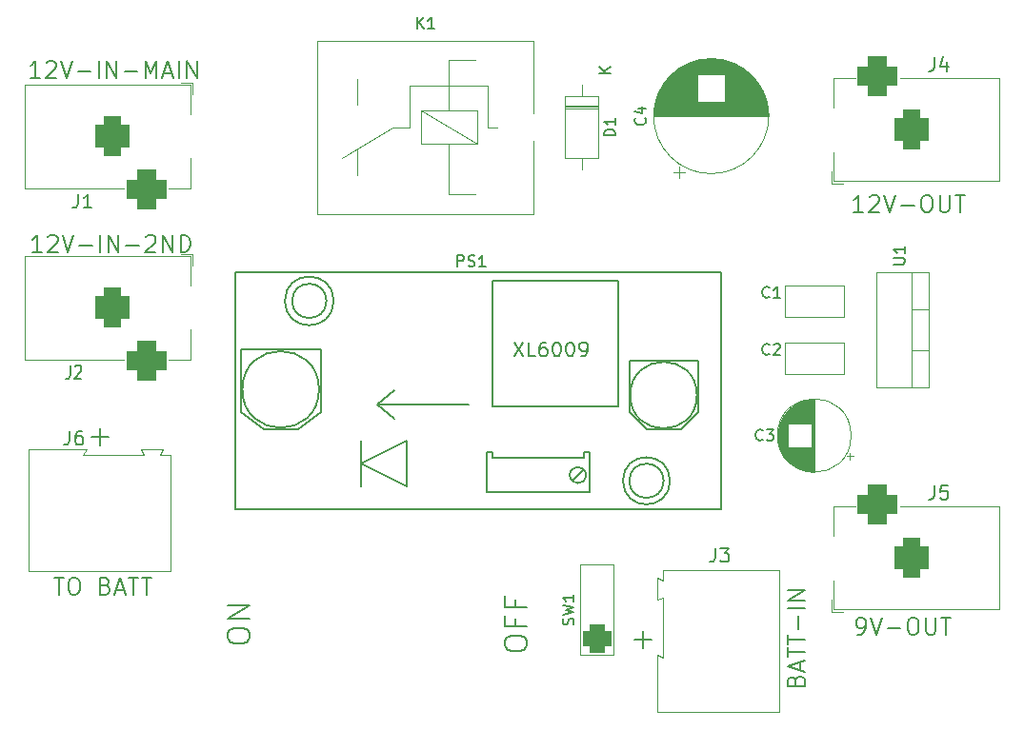
<source format=gto>
%TF.GenerationSoftware,KiCad,Pcbnew,6.0.11-2627ca5db0~126~ubuntu20.04.1*%
%TF.CreationDate,2023-02-25T22:09:04+05:30*%
%TF.ProjectId,UPS_for_router,5550535f-666f-4725-9f72-6f757465722e,1*%
%TF.SameCoordinates,Original*%
%TF.FileFunction,Legend,Top*%
%TF.FilePolarity,Positive*%
%FSLAX46Y46*%
G04 Gerber Fmt 4.6, Leading zero omitted, Abs format (unit mm)*
G04 Created by KiCad (PCBNEW 6.0.11-2627ca5db0~126~ubuntu20.04.1) date 2023-02-25 22:09:04*
%MOMM*%
%LPD*%
G01*
G04 APERTURE LIST*
G04 Aperture macros list*
%AMRoundRect*
0 Rectangle with rounded corners*
0 $1 Rounding radius*
0 $2 $3 $4 $5 $6 $7 $8 $9 X,Y pos of 4 corners*
0 Add a 4 corners polygon primitive as box body*
4,1,4,$2,$3,$4,$5,$6,$7,$8,$9,$2,$3,0*
0 Add four circle primitives for the rounded corners*
1,1,$1+$1,$2,$3*
1,1,$1+$1,$4,$5*
1,1,$1+$1,$6,$7*
1,1,$1+$1,$8,$9*
0 Add four rect primitives between the rounded corners*
20,1,$1+$1,$2,$3,$4,$5,0*
20,1,$1+$1,$4,$5,$6,$7,0*
20,1,$1+$1,$6,$7,$8,$9,0*
20,1,$1+$1,$8,$9,$2,$3,0*%
G04 Aperture macros list end*
%ADD10C,0.170000*%
%ADD11C,0.180000*%
%ADD12C,0.150000*%
%ADD13C,0.120000*%
%ADD14R,1.524000X1.524000*%
%ADD15R,3.500000X3.500000*%
%ADD16RoundRect,0.750000X-0.750000X-1.000000X0.750000X-1.000000X0.750000X1.000000X-0.750000X1.000000X0*%
%ADD17RoundRect,0.875000X-0.875000X-0.875000X0.875000X-0.875000X0.875000X0.875000X-0.875000X0.875000X0*%
%ADD18R,2.200000X2.200000*%
%ADD19O,2.200000X2.200000*%
%ADD20RoundRect,0.750000X0.750000X1.000000X-0.750000X1.000000X-0.750000X-1.000000X0.750000X-1.000000X0*%
%ADD21RoundRect,0.875000X0.875000X0.875000X-0.875000X0.875000X-0.875000X-0.875000X0.875000X-0.875000X0*%
%ADD22R,1.600000X1.600000*%
%ADD23C,1.600000*%
%ADD24C,3.200000*%
%ADD25R,1.980000X3.960000*%
%ADD26O,1.980000X3.960000*%
%ADD27R,2.000000X2.000000*%
%ADD28C,2.000000*%
%ADD29R,3.960000X1.980000*%
%ADD30O,3.960000X1.980000*%
%ADD31RoundRect,0.650000X0.650000X-0.650000X0.650000X0.650000X-0.650000X0.650000X-0.650000X-0.650000X0*%
%ADD32C,2.600000*%
%ADD33C,3.000000*%
%ADD34R,2.000000X1.905000*%
%ADD35O,2.000000X1.905000*%
G04 APERTURE END LIST*
D10*
X128016000Y-100330000D02*
X126492000Y-99060000D01*
X126492000Y-99060000D02*
X128016000Y-97790000D01*
X134620000Y-99060000D02*
X126492000Y-99060000D01*
D11*
X138682428Y-93549476D02*
X139515761Y-94799476D01*
X139515761Y-93549476D02*
X138682428Y-94799476D01*
X140587190Y-94799476D02*
X139991952Y-94799476D01*
X139991952Y-93549476D01*
X141539571Y-93549476D02*
X141301476Y-93549476D01*
X141182428Y-93609000D01*
X141122904Y-93668523D01*
X141003857Y-93847095D01*
X140944333Y-94085190D01*
X140944333Y-94561380D01*
X141003857Y-94680428D01*
X141063380Y-94739952D01*
X141182428Y-94799476D01*
X141420523Y-94799476D01*
X141539571Y-94739952D01*
X141599095Y-94680428D01*
X141658619Y-94561380D01*
X141658619Y-94263761D01*
X141599095Y-94144714D01*
X141539571Y-94085190D01*
X141420523Y-94025666D01*
X141182428Y-94025666D01*
X141063380Y-94085190D01*
X141003857Y-94144714D01*
X140944333Y-94263761D01*
X142432428Y-93549476D02*
X142551476Y-93549476D01*
X142670523Y-93609000D01*
X142730047Y-93668523D01*
X142789571Y-93787571D01*
X142849095Y-94025666D01*
X142849095Y-94323285D01*
X142789571Y-94561380D01*
X142730047Y-94680428D01*
X142670523Y-94739952D01*
X142551476Y-94799476D01*
X142432428Y-94799476D01*
X142313380Y-94739952D01*
X142253857Y-94680428D01*
X142194333Y-94561380D01*
X142134809Y-94323285D01*
X142134809Y-94025666D01*
X142194333Y-93787571D01*
X142253857Y-93668523D01*
X142313380Y-93609000D01*
X142432428Y-93549476D01*
X143622904Y-93549476D02*
X143741952Y-93549476D01*
X143861000Y-93609000D01*
X143920523Y-93668523D01*
X143980047Y-93787571D01*
X144039571Y-94025666D01*
X144039571Y-94323285D01*
X143980047Y-94561380D01*
X143920523Y-94680428D01*
X143861000Y-94739952D01*
X143741952Y-94799476D01*
X143622904Y-94799476D01*
X143503857Y-94739952D01*
X143444333Y-94680428D01*
X143384809Y-94561380D01*
X143325285Y-94323285D01*
X143325285Y-94025666D01*
X143384809Y-93787571D01*
X143444333Y-93668523D01*
X143503857Y-93609000D01*
X143622904Y-93549476D01*
X144634809Y-94799476D02*
X144872904Y-94799476D01*
X144991952Y-94739952D01*
X145051476Y-94680428D01*
X145170523Y-94501857D01*
X145230047Y-94263761D01*
X145230047Y-93787571D01*
X145170523Y-93668523D01*
X145111000Y-93609000D01*
X144991952Y-93549476D01*
X144753857Y-93549476D01*
X144634809Y-93609000D01*
X144575285Y-93668523D01*
X144515761Y-93787571D01*
X144515761Y-94085190D01*
X144575285Y-94204238D01*
X144634809Y-94263761D01*
X144753857Y-94323285D01*
X144991952Y-94323285D01*
X145111000Y-94263761D01*
X145170523Y-94204238D01*
X145230047Y-94085190D01*
X169736000Y-81958571D02*
X168878857Y-81958571D01*
X169307428Y-81958571D02*
X169307428Y-80458571D01*
X169164571Y-80672857D01*
X169021714Y-80815714D01*
X168878857Y-80887142D01*
X170307428Y-80601428D02*
X170378857Y-80530000D01*
X170521714Y-80458571D01*
X170878857Y-80458571D01*
X171021714Y-80530000D01*
X171093142Y-80601428D01*
X171164571Y-80744285D01*
X171164571Y-80887142D01*
X171093142Y-81101428D01*
X170236000Y-81958571D01*
X171164571Y-81958571D01*
X171593142Y-80458571D02*
X172093142Y-81958571D01*
X172593142Y-80458571D01*
X173093142Y-81387142D02*
X174236000Y-81387142D01*
X175236000Y-80458571D02*
X175521714Y-80458571D01*
X175664571Y-80530000D01*
X175807428Y-80672857D01*
X175878857Y-80958571D01*
X175878857Y-81458571D01*
X175807428Y-81744285D01*
X175664571Y-81887142D01*
X175521714Y-81958571D01*
X175236000Y-81958571D01*
X175093142Y-81887142D01*
X174950285Y-81744285D01*
X174878857Y-81458571D01*
X174878857Y-80958571D01*
X174950285Y-80672857D01*
X175093142Y-80530000D01*
X175236000Y-80458571D01*
X176521714Y-80458571D02*
X176521714Y-81672857D01*
X176593142Y-81815714D01*
X176664571Y-81887142D01*
X176807428Y-81958571D01*
X177093142Y-81958571D01*
X177236000Y-81887142D01*
X177307428Y-81815714D01*
X177378857Y-81672857D01*
X177378857Y-80458571D01*
X177878857Y-80458571D02*
X178736000Y-80458571D01*
X178307428Y-81958571D02*
X178307428Y-80458571D01*
X169228000Y-119550571D02*
X169513714Y-119550571D01*
X169656571Y-119479142D01*
X169728000Y-119407714D01*
X169870857Y-119193428D01*
X169942285Y-118907714D01*
X169942285Y-118336285D01*
X169870857Y-118193428D01*
X169799428Y-118122000D01*
X169656571Y-118050571D01*
X169370857Y-118050571D01*
X169228000Y-118122000D01*
X169156571Y-118193428D01*
X169085142Y-118336285D01*
X169085142Y-118693428D01*
X169156571Y-118836285D01*
X169228000Y-118907714D01*
X169370857Y-118979142D01*
X169656571Y-118979142D01*
X169799428Y-118907714D01*
X169870857Y-118836285D01*
X169942285Y-118693428D01*
X170370857Y-118050571D02*
X170870857Y-119550571D01*
X171370857Y-118050571D01*
X171870857Y-118979142D02*
X173013714Y-118979142D01*
X174013714Y-118050571D02*
X174299428Y-118050571D01*
X174442285Y-118122000D01*
X174585142Y-118264857D01*
X174656571Y-118550571D01*
X174656571Y-119050571D01*
X174585142Y-119336285D01*
X174442285Y-119479142D01*
X174299428Y-119550571D01*
X174013714Y-119550571D01*
X173870857Y-119479142D01*
X173728000Y-119336285D01*
X173656571Y-119050571D01*
X173656571Y-118550571D01*
X173728000Y-118264857D01*
X173870857Y-118122000D01*
X174013714Y-118050571D01*
X175299428Y-118050571D02*
X175299428Y-119264857D01*
X175370857Y-119407714D01*
X175442285Y-119479142D01*
X175585142Y-119550571D01*
X175870857Y-119550571D01*
X176013714Y-119479142D01*
X176085142Y-119407714D01*
X176156571Y-119264857D01*
X176156571Y-118050571D01*
X176656571Y-118050571D02*
X177513714Y-118050571D01*
X177085142Y-119550571D02*
X177085142Y-118050571D01*
X149352095Y-120030857D02*
X150875904Y-120030857D01*
X150114000Y-120792761D02*
X150114000Y-119268952D01*
X163722857Y-123638000D02*
X163794285Y-123423714D01*
X163865714Y-123352285D01*
X164008571Y-123280857D01*
X164222857Y-123280857D01*
X164365714Y-123352285D01*
X164437142Y-123423714D01*
X164508571Y-123566571D01*
X164508571Y-124138000D01*
X163008571Y-124138000D01*
X163008571Y-123638000D01*
X163080000Y-123495142D01*
X163151428Y-123423714D01*
X163294285Y-123352285D01*
X163437142Y-123352285D01*
X163580000Y-123423714D01*
X163651428Y-123495142D01*
X163722857Y-123638000D01*
X163722857Y-124138000D01*
X164080000Y-122709428D02*
X164080000Y-121995142D01*
X164508571Y-122852285D02*
X163008571Y-122352285D01*
X164508571Y-121852285D01*
X163008571Y-121566571D02*
X163008571Y-120709428D01*
X164508571Y-121138000D02*
X163008571Y-121138000D01*
X163008571Y-120423714D02*
X163008571Y-119566571D01*
X164508571Y-119995142D02*
X163008571Y-119995142D01*
X163937142Y-119066571D02*
X163937142Y-117923714D01*
X164508571Y-117209428D02*
X163008571Y-117209428D01*
X164508571Y-116495142D02*
X163008571Y-116495142D01*
X164508571Y-115638000D01*
X163008571Y-115638000D01*
X101092095Y-101996857D02*
X102615904Y-101996857D01*
X101854000Y-102758761D02*
X101854000Y-101234952D01*
X97786571Y-114494571D02*
X98643714Y-114494571D01*
X98215142Y-115994571D02*
X98215142Y-114494571D01*
X99429428Y-114494571D02*
X99715142Y-114494571D01*
X99858000Y-114566000D01*
X100000857Y-114708857D01*
X100072285Y-114994571D01*
X100072285Y-115494571D01*
X100000857Y-115780285D01*
X99858000Y-115923142D01*
X99715142Y-115994571D01*
X99429428Y-115994571D01*
X99286571Y-115923142D01*
X99143714Y-115780285D01*
X99072285Y-115494571D01*
X99072285Y-114994571D01*
X99143714Y-114708857D01*
X99286571Y-114566000D01*
X99429428Y-114494571D01*
X102358000Y-115208857D02*
X102572285Y-115280285D01*
X102643714Y-115351714D01*
X102715142Y-115494571D01*
X102715142Y-115708857D01*
X102643714Y-115851714D01*
X102572285Y-115923142D01*
X102429428Y-115994571D01*
X101858000Y-115994571D01*
X101858000Y-114494571D01*
X102358000Y-114494571D01*
X102500857Y-114566000D01*
X102572285Y-114637428D01*
X102643714Y-114780285D01*
X102643714Y-114923142D01*
X102572285Y-115066000D01*
X102500857Y-115137428D01*
X102358000Y-115208857D01*
X101858000Y-115208857D01*
X103286571Y-115566000D02*
X104000857Y-115566000D01*
X103143714Y-115994571D02*
X103643714Y-114494571D01*
X104143714Y-115994571D01*
X104429428Y-114494571D02*
X105286571Y-114494571D01*
X104858000Y-115994571D02*
X104858000Y-114494571D01*
X105572285Y-114494571D02*
X106429428Y-114494571D01*
X106000857Y-115994571D02*
X106000857Y-114494571D01*
X96691428Y-85514571D02*
X95834285Y-85514571D01*
X96262857Y-85514571D02*
X96262857Y-84014571D01*
X96120000Y-84228857D01*
X95977142Y-84371714D01*
X95834285Y-84443142D01*
X97262857Y-84157428D02*
X97334285Y-84086000D01*
X97477142Y-84014571D01*
X97834285Y-84014571D01*
X97977142Y-84086000D01*
X98048571Y-84157428D01*
X98120000Y-84300285D01*
X98120000Y-84443142D01*
X98048571Y-84657428D01*
X97191428Y-85514571D01*
X98120000Y-85514571D01*
X98548571Y-84014571D02*
X99048571Y-85514571D01*
X99548571Y-84014571D01*
X100048571Y-84943142D02*
X101191428Y-84943142D01*
X101905714Y-85514571D02*
X101905714Y-84014571D01*
X102620000Y-85514571D02*
X102620000Y-84014571D01*
X103477142Y-85514571D01*
X103477142Y-84014571D01*
X104191428Y-84943142D02*
X105334285Y-84943142D01*
X105977142Y-84157428D02*
X106048571Y-84086000D01*
X106191428Y-84014571D01*
X106548571Y-84014571D01*
X106691428Y-84086000D01*
X106762857Y-84157428D01*
X106834285Y-84300285D01*
X106834285Y-84443142D01*
X106762857Y-84657428D01*
X105905714Y-85514571D01*
X106834285Y-85514571D01*
X107477142Y-85514571D02*
X107477142Y-84014571D01*
X108334285Y-85514571D01*
X108334285Y-84014571D01*
X109048571Y-85514571D02*
X109048571Y-84014571D01*
X109405714Y-84014571D01*
X109620000Y-84086000D01*
X109762857Y-84228857D01*
X109834285Y-84371714D01*
X109905714Y-84657428D01*
X109905714Y-84871714D01*
X109834285Y-85157428D01*
X109762857Y-85300285D01*
X109620000Y-85443142D01*
X109405714Y-85514571D01*
X109048571Y-85514571D01*
X96552571Y-70020571D02*
X95695428Y-70020571D01*
X96124000Y-70020571D02*
X96124000Y-68520571D01*
X95981142Y-68734857D01*
X95838285Y-68877714D01*
X95695428Y-68949142D01*
X97124000Y-68663428D02*
X97195428Y-68592000D01*
X97338285Y-68520571D01*
X97695428Y-68520571D01*
X97838285Y-68592000D01*
X97909714Y-68663428D01*
X97981142Y-68806285D01*
X97981142Y-68949142D01*
X97909714Y-69163428D01*
X97052571Y-70020571D01*
X97981142Y-70020571D01*
X98409714Y-68520571D02*
X98909714Y-70020571D01*
X99409714Y-68520571D01*
X99909714Y-69449142D02*
X101052571Y-69449142D01*
X101766857Y-70020571D02*
X101766857Y-68520571D01*
X102481142Y-70020571D02*
X102481142Y-68520571D01*
X103338285Y-70020571D01*
X103338285Y-68520571D01*
X104052571Y-69449142D02*
X105195428Y-69449142D01*
X105909714Y-70020571D02*
X105909714Y-68520571D01*
X106409714Y-69592000D01*
X106909714Y-68520571D01*
X106909714Y-70020571D01*
X107552571Y-69592000D02*
X108266857Y-69592000D01*
X107409714Y-70020571D02*
X107909714Y-68520571D01*
X108409714Y-70020571D01*
X108909714Y-70020571D02*
X108909714Y-68520571D01*
X109624000Y-70020571D02*
X109624000Y-68520571D01*
X110481142Y-70020571D01*
X110481142Y-68520571D01*
X137842761Y-120522761D02*
X137842761Y-120141809D01*
X137938000Y-119951333D01*
X138128476Y-119760857D01*
X138509428Y-119665619D01*
X139176095Y-119665619D01*
X139557047Y-119760857D01*
X139747523Y-119951333D01*
X139842761Y-120141809D01*
X139842761Y-120522761D01*
X139747523Y-120713238D01*
X139557047Y-120903714D01*
X139176095Y-120998952D01*
X138509428Y-120998952D01*
X138128476Y-120903714D01*
X137938000Y-120713238D01*
X137842761Y-120522761D01*
X138795142Y-118141809D02*
X138795142Y-118808476D01*
X139842761Y-118808476D02*
X137842761Y-118808476D01*
X137842761Y-117856095D01*
X138795142Y-116427523D02*
X138795142Y-117094190D01*
X139842761Y-117094190D02*
X137842761Y-117094190D01*
X137842761Y-116141809D01*
X113204761Y-119856095D02*
X113204761Y-119475142D01*
X113300000Y-119284666D01*
X113490476Y-119094190D01*
X113871428Y-118998952D01*
X114538095Y-118998952D01*
X114919047Y-119094190D01*
X115109523Y-119284666D01*
X115204761Y-119475142D01*
X115204761Y-119856095D01*
X115109523Y-120046571D01*
X114919047Y-120237047D01*
X114538095Y-120332285D01*
X113871428Y-120332285D01*
X113490476Y-120237047D01*
X113300000Y-120046571D01*
X113204761Y-119856095D01*
X115204761Y-118141809D02*
X113204761Y-118141809D01*
X115204761Y-116998952D01*
X113204761Y-116998952D01*
D12*
X99234666Y-95581476D02*
X99234666Y-96474333D01*
X99187047Y-96652904D01*
X99091809Y-96771952D01*
X98948952Y-96831476D01*
X98853714Y-96831476D01*
X99663238Y-95700523D02*
X99710857Y-95641000D01*
X99806095Y-95581476D01*
X100044190Y-95581476D01*
X100139428Y-95641000D01*
X100187047Y-95700523D01*
X100234666Y-95819571D01*
X100234666Y-95938619D01*
X100187047Y-96117190D01*
X99615619Y-96831476D01*
X100234666Y-96831476D01*
X147692380Y-75160095D02*
X146692380Y-75160095D01*
X146692380Y-74922000D01*
X146740000Y-74779142D01*
X146835238Y-74683904D01*
X146930476Y-74636285D01*
X147120952Y-74588666D01*
X147263809Y-74588666D01*
X147454285Y-74636285D01*
X147549523Y-74683904D01*
X147644761Y-74779142D01*
X147692380Y-74922000D01*
X147692380Y-75160095D01*
X147692380Y-73636285D02*
X147692380Y-74207714D01*
X147692380Y-73922000D02*
X146692380Y-73922000D01*
X146835238Y-74017238D01*
X146930476Y-74112476D01*
X146978095Y-74207714D01*
X147252380Y-69603904D02*
X146252380Y-69603904D01*
X147252380Y-69032476D02*
X146680952Y-69461047D01*
X146252380Y-69032476D02*
X146823809Y-69603904D01*
X176023333Y-106282976D02*
X176023333Y-107175833D01*
X175963809Y-107354404D01*
X175844761Y-107473452D01*
X175666190Y-107532976D01*
X175547142Y-107532976D01*
X177213809Y-106282976D02*
X176618571Y-106282976D01*
X176559047Y-106878214D01*
X176618571Y-106818690D01*
X176737619Y-106759166D01*
X177035238Y-106759166D01*
X177154285Y-106818690D01*
X177213809Y-106878214D01*
X177273333Y-106997261D01*
X177273333Y-107294880D01*
X177213809Y-107413928D01*
X177154285Y-107473452D01*
X177035238Y-107532976D01*
X176737619Y-107532976D01*
X176618571Y-107473452D01*
X176559047Y-107413928D01*
X160787333Y-102211142D02*
X160739714Y-102258761D01*
X160596857Y-102306380D01*
X160501619Y-102306380D01*
X160358761Y-102258761D01*
X160263523Y-102163523D01*
X160215904Y-102068285D01*
X160168285Y-101877809D01*
X160168285Y-101734952D01*
X160215904Y-101544476D01*
X160263523Y-101449238D01*
X160358761Y-101354000D01*
X160501619Y-101306380D01*
X160596857Y-101306380D01*
X160739714Y-101354000D01*
X160787333Y-101401619D01*
X161120666Y-101306380D02*
X161739714Y-101306380D01*
X161406380Y-101687333D01*
X161549238Y-101687333D01*
X161644476Y-101734952D01*
X161692095Y-101782571D01*
X161739714Y-101877809D01*
X161739714Y-102115904D01*
X161692095Y-102211142D01*
X161644476Y-102258761D01*
X161549238Y-102306380D01*
X161263523Y-102306380D01*
X161168285Y-102258761D01*
X161120666Y-102211142D01*
X99913333Y-80341476D02*
X99913333Y-81234333D01*
X99853809Y-81412904D01*
X99734761Y-81531952D01*
X99556190Y-81591476D01*
X99437142Y-81591476D01*
X101163333Y-81591476D02*
X100449047Y-81591476D01*
X100806190Y-81591476D02*
X100806190Y-80341476D01*
X100687142Y-80520047D01*
X100568095Y-80639095D01*
X100449047Y-80698619D01*
X156555333Y-111837476D02*
X156555333Y-112730333D01*
X156495809Y-112908904D01*
X156376761Y-113027952D01*
X156198190Y-113087476D01*
X156079142Y-113087476D01*
X157031523Y-111837476D02*
X157805333Y-111837476D01*
X157388666Y-112313666D01*
X157567238Y-112313666D01*
X157686285Y-112373190D01*
X157745809Y-112432714D01*
X157805333Y-112551761D01*
X157805333Y-112849380D01*
X157745809Y-112968428D01*
X157686285Y-113027952D01*
X157567238Y-113087476D01*
X157210095Y-113087476D01*
X157091047Y-113027952D01*
X157031523Y-112968428D01*
X161377333Y-94591142D02*
X161329714Y-94638761D01*
X161186857Y-94686380D01*
X161091619Y-94686380D01*
X160948761Y-94638761D01*
X160853523Y-94543523D01*
X160805904Y-94448285D01*
X160758285Y-94257809D01*
X160758285Y-94114952D01*
X160805904Y-93924476D01*
X160853523Y-93829238D01*
X160948761Y-93734000D01*
X161091619Y-93686380D01*
X161186857Y-93686380D01*
X161329714Y-93734000D01*
X161377333Y-93781619D01*
X161758285Y-93781619D02*
X161805904Y-93734000D01*
X161901142Y-93686380D01*
X162139238Y-93686380D01*
X162234476Y-93734000D01*
X162282095Y-93781619D01*
X162329714Y-93876857D01*
X162329714Y-93972095D01*
X162282095Y-94114952D01*
X161710666Y-94686380D01*
X162329714Y-94686380D01*
X133659714Y-86812380D02*
X133659714Y-85812380D01*
X134040666Y-85812380D01*
X134135904Y-85860000D01*
X134183523Y-85907619D01*
X134231142Y-86002857D01*
X134231142Y-86145714D01*
X134183523Y-86240952D01*
X134135904Y-86288571D01*
X134040666Y-86336190D01*
X133659714Y-86336190D01*
X134612095Y-86764761D02*
X134754952Y-86812380D01*
X134993047Y-86812380D01*
X135088285Y-86764761D01*
X135135904Y-86717142D01*
X135183523Y-86621904D01*
X135183523Y-86526666D01*
X135135904Y-86431428D01*
X135088285Y-86383809D01*
X134993047Y-86336190D01*
X134802571Y-86288571D01*
X134707333Y-86240952D01*
X134659714Y-86193333D01*
X134612095Y-86098095D01*
X134612095Y-86002857D01*
X134659714Y-85907619D01*
X134707333Y-85860000D01*
X134802571Y-85812380D01*
X135040666Y-85812380D01*
X135183523Y-85860000D01*
X136135904Y-86812380D02*
X135564476Y-86812380D01*
X135850190Y-86812380D02*
X135850190Y-85812380D01*
X135754952Y-85955238D01*
X135659714Y-86050476D01*
X135564476Y-86098095D01*
X150317142Y-73601113D02*
X150364761Y-73648732D01*
X150412380Y-73791589D01*
X150412380Y-73886827D01*
X150364761Y-74029685D01*
X150269523Y-74124923D01*
X150174285Y-74172542D01*
X149983809Y-74220161D01*
X149840952Y-74220161D01*
X149650476Y-74172542D01*
X149555238Y-74124923D01*
X149460000Y-74029685D01*
X149412380Y-73886827D01*
X149412380Y-73791589D01*
X149460000Y-73648732D01*
X149507619Y-73601113D01*
X149745714Y-72743970D02*
X150412380Y-72743970D01*
X149364761Y-72982066D02*
X150079047Y-73220161D01*
X150079047Y-72601113D01*
X99151333Y-101423476D02*
X99151333Y-102316333D01*
X99091809Y-102494904D01*
X98972761Y-102613952D01*
X98794190Y-102673476D01*
X98675142Y-102673476D01*
X100282285Y-101423476D02*
X100044190Y-101423476D01*
X99925142Y-101483000D01*
X99865619Y-101542523D01*
X99746571Y-101721095D01*
X99687047Y-101959190D01*
X99687047Y-102435380D01*
X99746571Y-102554428D01*
X99806095Y-102613952D01*
X99925142Y-102673476D01*
X100163238Y-102673476D01*
X100282285Y-102613952D01*
X100341809Y-102554428D01*
X100401333Y-102435380D01*
X100401333Y-102137761D01*
X100341809Y-102018714D01*
X100282285Y-101959190D01*
X100163238Y-101899666D01*
X99925142Y-101899666D01*
X99806095Y-101959190D01*
X99746571Y-102018714D01*
X99687047Y-102137761D01*
X143954761Y-118681333D02*
X144002380Y-118538476D01*
X144002380Y-118300380D01*
X143954761Y-118205142D01*
X143907142Y-118157523D01*
X143811904Y-118109904D01*
X143716666Y-118109904D01*
X143621428Y-118157523D01*
X143573809Y-118205142D01*
X143526190Y-118300380D01*
X143478571Y-118490857D01*
X143430952Y-118586095D01*
X143383333Y-118633714D01*
X143288095Y-118681333D01*
X143192857Y-118681333D01*
X143097619Y-118633714D01*
X143050000Y-118586095D01*
X143002380Y-118490857D01*
X143002380Y-118252761D01*
X143050000Y-118109904D01*
X143002380Y-117776571D02*
X144002380Y-117538476D01*
X143288095Y-117348000D01*
X144002380Y-117157523D01*
X143002380Y-116919428D01*
X144002380Y-116014666D02*
X144002380Y-116586095D01*
X144002380Y-116300380D02*
X143002380Y-116300380D01*
X143145238Y-116395619D01*
X143240476Y-116490857D01*
X143288095Y-116586095D01*
X176023333Y-68182976D02*
X176023333Y-69075833D01*
X175963809Y-69254404D01*
X175844761Y-69373452D01*
X175666190Y-69432976D01*
X175547142Y-69432976D01*
X177154285Y-68599642D02*
X177154285Y-69432976D01*
X176856666Y-68123452D02*
X176559047Y-69016309D01*
X177332857Y-69016309D01*
X161377333Y-89511142D02*
X161329714Y-89558761D01*
X161186857Y-89606380D01*
X161091619Y-89606380D01*
X160948761Y-89558761D01*
X160853523Y-89463523D01*
X160805904Y-89368285D01*
X160758285Y-89177809D01*
X160758285Y-89034952D01*
X160805904Y-88844476D01*
X160853523Y-88749238D01*
X160948761Y-88654000D01*
X161091619Y-88606380D01*
X161186857Y-88606380D01*
X161329714Y-88654000D01*
X161377333Y-88701619D01*
X162329714Y-89606380D02*
X161758285Y-89606380D01*
X162044000Y-89606380D02*
X162044000Y-88606380D01*
X161948761Y-88749238D01*
X161853523Y-88844476D01*
X161758285Y-88892095D01*
X130071904Y-65674380D02*
X130071904Y-64674380D01*
X130643333Y-65674380D02*
X130214761Y-65102952D01*
X130643333Y-64674380D02*
X130071904Y-65245809D01*
X131595714Y-65674380D02*
X131024285Y-65674380D01*
X131310000Y-65674380D02*
X131310000Y-64674380D01*
X131214761Y-64817238D01*
X131119523Y-64912476D01*
X131024285Y-64960095D01*
X172426380Y-86613904D02*
X173235904Y-86613904D01*
X173331142Y-86566285D01*
X173378761Y-86518666D01*
X173426380Y-86423428D01*
X173426380Y-86232952D01*
X173378761Y-86137714D01*
X173331142Y-86090095D01*
X173235904Y-86042476D01*
X172426380Y-86042476D01*
X173426380Y-85042476D02*
X173426380Y-85613904D01*
X173426380Y-85328190D02*
X172426380Y-85328190D01*
X172569238Y-85423428D01*
X172664476Y-85518666D01*
X172712095Y-85613904D01*
D13*
X95225000Y-95082500D02*
X95225000Y-85882500D01*
X95225000Y-85882500D02*
X109925000Y-85882500D01*
X104025000Y-95082500D02*
X95225000Y-95082500D01*
X110125000Y-86732500D02*
X110125000Y-85682500D01*
X109925000Y-95082500D02*
X108025000Y-95082500D01*
X109925000Y-92382500D02*
X109925000Y-95082500D01*
X109925000Y-85882500D02*
X109925000Y-88482500D01*
X109075000Y-85682500D02*
X110125000Y-85682500D01*
X146170000Y-72482000D02*
X143230000Y-72482000D01*
X146170000Y-72602000D02*
X143230000Y-72602000D01*
X146170000Y-77142000D02*
X146170000Y-71702000D01*
X144700000Y-70682000D02*
X144700000Y-71702000D01*
X143230000Y-77142000D02*
X146170000Y-77142000D01*
X146170000Y-72722000D02*
X143230000Y-72722000D01*
X143230000Y-71702000D02*
X143230000Y-77142000D01*
X146170000Y-71702000D02*
X143230000Y-71702000D01*
X144700000Y-78162000D02*
X144700000Y-77142000D01*
X172990000Y-108117500D02*
X181790000Y-108117500D01*
X181790000Y-108117500D02*
X181790000Y-117317500D01*
X167090000Y-110817500D02*
X167090000Y-108117500D01*
X166890000Y-116467500D02*
X166890000Y-117517500D01*
X167940000Y-117517500D02*
X166890000Y-117517500D01*
X167090000Y-108117500D02*
X168990000Y-108117500D01*
X167090000Y-117317500D02*
X167090000Y-114717500D01*
X181790000Y-117317500D02*
X167090000Y-117317500D01*
X165374000Y-105084000D02*
X165374000Y-98624000D01*
X163933000Y-100814000D02*
X163933000Y-98958000D01*
X164854000Y-105043000D02*
X164854000Y-102894000D01*
X163053000Y-104119000D02*
X163053000Y-99589000D01*
X163173000Y-104234000D02*
X163173000Y-102894000D01*
X162413000Y-103204000D02*
X162413000Y-100504000D01*
X163373000Y-104402000D02*
X163373000Y-102894000D01*
X164013000Y-100814000D02*
X164013000Y-98920000D01*
X163693000Y-104620000D02*
X163693000Y-102894000D01*
X164934000Y-105055000D02*
X164934000Y-102894000D01*
X162173000Y-102487000D02*
X162173000Y-101221000D01*
X163733000Y-100814000D02*
X163733000Y-99064000D01*
X164493000Y-104964000D02*
X164493000Y-102894000D01*
X164453000Y-104952000D02*
X164453000Y-102894000D01*
X164774000Y-105029000D02*
X164774000Y-102894000D01*
X162453000Y-103286000D02*
X162453000Y-100422000D01*
X162973000Y-104036000D02*
X162973000Y-99672000D01*
X163573000Y-104544000D02*
X163573000Y-102894000D01*
X163173000Y-100814000D02*
X163173000Y-99474000D01*
X163893000Y-100814000D02*
X163893000Y-98978000D01*
X163333000Y-100814000D02*
X163333000Y-99338000D01*
X163293000Y-100814000D02*
X163293000Y-99370000D01*
X162773000Y-103798000D02*
X162773000Y-99910000D01*
X164053000Y-104806000D02*
X164053000Y-102894000D01*
X163253000Y-104304000D02*
X163253000Y-102894000D01*
X164253000Y-100814000D02*
X164253000Y-98821000D01*
X164013000Y-104788000D02*
X164013000Y-102894000D01*
X165014000Y-100814000D02*
X165014000Y-98643000D01*
X164653000Y-105004000D02*
X164653000Y-102894000D01*
X162333000Y-103019000D02*
X162333000Y-100689000D01*
X163413000Y-104432000D02*
X163413000Y-102894000D01*
X164814000Y-100814000D02*
X164814000Y-98672000D01*
X165254000Y-105082000D02*
X165254000Y-98626000D01*
X168559241Y-104008000D02*
X168559241Y-103378000D01*
X163493000Y-104490000D02*
X163493000Y-102894000D01*
X164253000Y-104887000D02*
X164253000Y-102894000D01*
X164894000Y-100814000D02*
X164894000Y-98659000D01*
X164293000Y-100814000D02*
X164293000Y-98807000D01*
X163133000Y-100814000D02*
X163133000Y-99511000D01*
X165094000Y-100814000D02*
X165094000Y-98636000D01*
X165294000Y-105084000D02*
X165294000Y-98624000D01*
X162213000Y-102656000D02*
X162213000Y-101052000D01*
X165014000Y-105065000D02*
X165014000Y-102894000D01*
X163413000Y-100814000D02*
X163413000Y-99276000D01*
X165054000Y-105069000D02*
X165054000Y-102894000D01*
X164734000Y-105021000D02*
X164734000Y-102894000D01*
X163853000Y-100814000D02*
X163853000Y-98998000D01*
X164093000Y-104824000D02*
X164093000Y-102894000D01*
X164533000Y-100814000D02*
X164533000Y-98733000D01*
X164493000Y-100814000D02*
X164493000Y-98744000D01*
X163013000Y-104078000D02*
X163013000Y-99630000D01*
X163573000Y-100814000D02*
X163573000Y-99164000D01*
X165174000Y-105078000D02*
X165174000Y-98630000D01*
X164653000Y-100814000D02*
X164653000Y-98704000D01*
X162893000Y-103946000D02*
X162893000Y-99762000D01*
X164894000Y-105049000D02*
X164894000Y-102894000D01*
X164694000Y-100814000D02*
X164694000Y-98695000D01*
X164053000Y-100814000D02*
X164053000Y-98902000D01*
X165094000Y-105072000D02*
X165094000Y-102894000D01*
X162373000Y-103116000D02*
X162373000Y-100592000D01*
X164774000Y-100814000D02*
X164774000Y-98679000D01*
X163773000Y-104666000D02*
X163773000Y-102894000D01*
X162653000Y-103630000D02*
X162653000Y-100078000D01*
X163493000Y-100814000D02*
X163493000Y-99218000D01*
X163533000Y-104518000D02*
X163533000Y-102894000D01*
X168874241Y-103693000D02*
X168244241Y-103693000D01*
X163933000Y-104750000D02*
X163933000Y-102894000D01*
X164413000Y-100814000D02*
X164413000Y-98768000D01*
X164573000Y-100814000D02*
X164573000Y-98723000D01*
X164173000Y-100814000D02*
X164173000Y-98852000D01*
X164573000Y-104985000D02*
X164573000Y-102894000D01*
X164173000Y-104856000D02*
X164173000Y-102894000D01*
X164814000Y-105036000D02*
X164814000Y-102894000D01*
X164213000Y-104872000D02*
X164213000Y-102894000D01*
X163973000Y-100814000D02*
X163973000Y-98938000D01*
X164613000Y-104995000D02*
X164613000Y-102894000D01*
X163093000Y-100814000D02*
X163093000Y-99549000D01*
X165134000Y-105076000D02*
X165134000Y-102894000D01*
X164694000Y-105013000D02*
X164694000Y-102894000D01*
X162733000Y-103744000D02*
X162733000Y-99964000D01*
X162573000Y-103504000D02*
X162573000Y-100204000D01*
X163653000Y-104596000D02*
X163653000Y-102894000D01*
X163693000Y-100814000D02*
X163693000Y-99088000D01*
X164934000Y-100814000D02*
X164934000Y-98653000D01*
X162813000Y-103849000D02*
X162813000Y-99859000D01*
X164213000Y-100814000D02*
X164213000Y-98836000D01*
X164734000Y-100814000D02*
X164734000Y-98687000D01*
X163213000Y-104270000D02*
X163213000Y-102894000D01*
X164093000Y-100814000D02*
X164093000Y-98884000D01*
X163253000Y-100814000D02*
X163253000Y-99404000D01*
X163853000Y-104710000D02*
X163853000Y-102894000D01*
X164373000Y-100814000D02*
X164373000Y-98780000D01*
X164453000Y-100814000D02*
X164453000Y-98756000D01*
X163333000Y-104370000D02*
X163333000Y-102894000D01*
X163813000Y-100814000D02*
X163813000Y-99020000D01*
X164333000Y-100814000D02*
X164333000Y-98793000D01*
X162613000Y-103568000D02*
X162613000Y-100140000D01*
X163813000Y-104688000D02*
X163813000Y-102894000D01*
X163133000Y-104197000D02*
X163133000Y-102894000D01*
X163453000Y-100814000D02*
X163453000Y-99247000D01*
X164974000Y-105060000D02*
X164974000Y-102894000D01*
X163893000Y-104730000D02*
X163893000Y-102894000D01*
X164854000Y-100814000D02*
X164854000Y-98665000D01*
X164133000Y-104840000D02*
X164133000Y-102894000D01*
X164533000Y-104975000D02*
X164533000Y-102894000D01*
X163613000Y-104570000D02*
X163613000Y-102894000D01*
X163453000Y-104461000D02*
X163453000Y-102894000D01*
X165214000Y-105081000D02*
X165214000Y-98627000D01*
X162853000Y-103898000D02*
X162853000Y-99810000D01*
X163653000Y-100814000D02*
X163653000Y-99112000D01*
X163213000Y-100814000D02*
X163213000Y-99438000D01*
X164413000Y-104940000D02*
X164413000Y-102894000D01*
X162293000Y-102913000D02*
X162293000Y-100795000D01*
X163733000Y-104644000D02*
X163733000Y-102894000D01*
X163973000Y-104770000D02*
X163973000Y-102894000D01*
X162533000Y-103435000D02*
X162533000Y-100273000D01*
X163613000Y-100814000D02*
X163613000Y-99138000D01*
X162493000Y-103363000D02*
X162493000Y-100345000D01*
X162253000Y-102794000D02*
X162253000Y-100914000D01*
X163533000Y-100814000D02*
X163533000Y-99190000D01*
X164373000Y-104928000D02*
X164373000Y-102894000D01*
X165334000Y-105084000D02*
X165334000Y-98624000D01*
X164613000Y-100814000D02*
X164613000Y-98713000D01*
X165054000Y-100814000D02*
X165054000Y-98639000D01*
X163093000Y-104159000D02*
X163093000Y-102894000D01*
X162693000Y-103688000D02*
X162693000Y-100020000D01*
X163773000Y-100814000D02*
X163773000Y-99042000D01*
X162933000Y-103991000D02*
X162933000Y-99717000D01*
X164293000Y-104901000D02*
X164293000Y-102894000D01*
X164974000Y-100814000D02*
X164974000Y-98648000D01*
X163373000Y-100814000D02*
X163373000Y-99306000D01*
X165134000Y-100814000D02*
X165134000Y-98632000D01*
X162133000Y-102256000D02*
X162133000Y-101452000D01*
X163293000Y-104338000D02*
X163293000Y-102894000D01*
X164133000Y-100814000D02*
X164133000Y-98868000D01*
X164333000Y-104915000D02*
X164333000Y-102894000D01*
X168644000Y-101854000D02*
G75*
G03*
X168644000Y-101854000I-3270000J0D01*
G01*
X95225000Y-79842500D02*
X95225000Y-70642500D01*
X95225000Y-70642500D02*
X109925000Y-70642500D01*
X109925000Y-77142500D02*
X109925000Y-79842500D01*
X104025000Y-79842500D02*
X95225000Y-79842500D01*
X109925000Y-70642500D02*
X109925000Y-73242500D01*
X109075000Y-70442500D02*
X110125000Y-70442500D01*
X110125000Y-71492500D02*
X110125000Y-70442500D01*
X109925000Y-79842500D02*
X108025000Y-79842500D01*
X151445000Y-114540000D02*
X151445000Y-116440000D01*
X162295000Y-126440000D02*
X162295000Y-113840000D01*
X151945000Y-121640000D02*
X151445000Y-121340000D01*
X151445000Y-121340000D02*
X151445000Y-126440000D01*
X151445000Y-126440000D02*
X162295000Y-126440000D01*
X162295000Y-113840000D02*
X151945000Y-113840000D01*
X151445000Y-116490000D02*
X151945000Y-116240000D01*
X151945000Y-114790000D02*
X151445000Y-114540000D01*
X151445000Y-116440000D02*
X151445000Y-116490000D01*
X151945000Y-116240000D02*
X151945000Y-121640000D01*
X151945000Y-113840000D02*
X151945000Y-114790000D01*
X167994000Y-96366000D02*
X162754000Y-96366000D01*
X167994000Y-93626000D02*
X162754000Y-93626000D01*
X167994000Y-96366000D02*
X167994000Y-93626000D01*
X162754000Y-96366000D02*
X162754000Y-93626000D01*
D12*
X154941624Y-98258500D02*
G75*
G03*
X154941624Y-98258500I-2962124J0D01*
G01*
X122653677Y-89876500D02*
G75*
G03*
X122653677Y-89876500I-2170177J0D01*
G01*
X151979500Y-105878500D02*
G75*
G03*
X151979500Y-105878500I-1524000J0D01*
G01*
X121351268Y-97750500D02*
G75*
G03*
X121351268Y-97750500I-3407768J0D01*
G01*
X152550038Y-105878500D02*
G75*
G03*
X152550038Y-105878500I-2094538J0D01*
G01*
X145077920Y-105370500D02*
G75*
G03*
X145077920Y-105370500I-718420J0D01*
G01*
X122007500Y-89876500D02*
G75*
G03*
X122007500Y-89876500I-1524000J0D01*
G01*
X129119500Y-106386500D02*
X129119500Y-102322500D01*
X136739500Y-103846500D02*
X136739500Y-103338500D01*
X148931500Y-99782500D02*
X150455500Y-101306500D01*
X144867500Y-104862500D02*
X143851500Y-105878500D01*
X136739500Y-98258500D02*
X136739500Y-88098500D01*
X147915500Y-88098500D02*
X147915500Y-99274500D01*
X125055500Y-106386500D02*
X125055500Y-102322500D01*
X148931500Y-95210500D02*
X148931500Y-99782500D01*
X144867500Y-88098500D02*
X146899500Y-88098500D01*
X136739500Y-88098500D02*
X144867500Y-88098500D01*
X136231500Y-106894500D02*
X145375500Y-106894500D01*
X136739500Y-99274500D02*
X136739500Y-97750500D01*
X113879500Y-87336500D02*
X113879500Y-108418500D01*
X121499500Y-99782500D02*
X119467500Y-101306500D01*
X119467500Y-101306500D02*
X116419500Y-101306500D01*
X113879500Y-87336500D02*
X157059500Y-87336500D01*
X157059500Y-108418500D02*
X113879500Y-108418500D01*
X147915500Y-99274500D02*
X136739500Y-99274500D01*
X150455500Y-101306500D02*
X153503500Y-101306500D01*
X144867500Y-103338500D02*
X144867500Y-103846500D01*
X144867500Y-103846500D02*
X136739500Y-103846500D01*
X145375500Y-106894500D02*
X145375500Y-103338500D01*
X129119500Y-102322500D02*
X125055500Y-104354500D01*
X145375500Y-103338500D02*
X144867500Y-103338500D01*
X155027500Y-99782500D02*
X155027500Y-95210500D01*
X153503500Y-101306500D02*
X155027500Y-99782500D01*
X157059500Y-87336500D02*
X157059500Y-108418500D01*
X121499500Y-94194500D02*
X121499500Y-99782500D01*
X114387500Y-99782500D02*
X114387500Y-94194500D01*
X125055500Y-104354500D02*
X129119500Y-106386500D01*
X146899500Y-88098500D02*
X147915500Y-88098500D01*
X114387500Y-94194500D02*
X121499500Y-94194500D01*
X116419500Y-101306500D02*
X114387500Y-99782500D01*
X155027500Y-95210500D02*
X148931500Y-95210500D01*
X136231500Y-103338500D02*
X136231500Y-106894500D01*
X136739500Y-103338500D02*
X136231500Y-103338500D01*
D13*
X151607000Y-71273447D02*
X154969000Y-71273447D01*
X151793000Y-70913447D02*
X154969000Y-70913447D01*
X157451000Y-70753447D02*
X160533000Y-70753447D01*
X157451000Y-69873447D02*
X159850000Y-69873447D01*
X157451000Y-71593447D02*
X160948000Y-71593447D01*
X157451000Y-71993447D02*
X161084000Y-71993447D01*
X151132000Y-73274447D02*
X161288000Y-73274447D01*
X157451000Y-70553447D02*
X160404000Y-70553447D01*
X157451000Y-70433447D02*
X160320000Y-70433447D01*
X157451000Y-70633447D02*
X160457000Y-70633447D01*
X152044000Y-70513447D02*
X154969000Y-70513447D01*
X152531000Y-69913447D02*
X154969000Y-69913447D01*
X157451000Y-71113447D02*
X160735000Y-71113447D01*
X153104000Y-69393447D02*
X159316000Y-69393447D01*
X152253000Y-70233447D02*
X154969000Y-70233447D01*
X151263000Y-72273447D02*
X161157000Y-72273447D01*
X151145000Y-73034447D02*
X161275000Y-73034447D01*
X157451000Y-70353447D02*
X160260000Y-70353447D01*
X151399000Y-71793447D02*
X154969000Y-71793447D01*
X157451000Y-71153447D02*
X160755000Y-71153447D01*
X157451000Y-71033447D02*
X160693000Y-71033447D01*
X151213000Y-72513447D02*
X161207000Y-72513447D01*
X157451000Y-71833447D02*
X161034000Y-71833447D01*
X151130000Y-73434447D02*
X161290000Y-73434447D01*
X151131000Y-73314447D02*
X161289000Y-73314447D01*
X152352000Y-70113447D02*
X154969000Y-70113447D01*
X152285000Y-70193447D02*
X154969000Y-70193447D01*
X154832000Y-68513447D02*
X157588000Y-68513447D01*
X154085000Y-68793447D02*
X158335000Y-68793447D01*
X151646000Y-71193447D02*
X154969000Y-71193447D01*
X151165000Y-72834447D02*
X161255000Y-72834447D01*
X153501000Y-69113447D02*
X158919000Y-69113447D01*
X154266000Y-68713447D02*
X158154000Y-68713447D01*
X151303000Y-72113447D02*
X154969000Y-72113447D01*
X152421000Y-70033447D02*
X154969000Y-70033447D01*
X152863000Y-69593447D02*
X159557000Y-69593447D01*
X151589000Y-71313447D02*
X154969000Y-71313447D01*
X151292000Y-72153447D02*
X154969000Y-72153447D01*
X157451000Y-70793447D02*
X160557000Y-70793447D01*
X157451000Y-72113447D02*
X161117000Y-72113447D01*
X155611000Y-68353447D02*
X156809000Y-68353447D01*
X157451000Y-69913447D02*
X159889000Y-69913447D01*
X151863000Y-70793447D02*
X154969000Y-70793447D01*
X151254000Y-72313447D02*
X161166000Y-72313447D01*
X151815000Y-70873447D02*
X154969000Y-70873447D01*
X157451000Y-70193447D02*
X160135000Y-70193447D01*
X153700000Y-68993447D02*
X158720000Y-68993447D01*
X151245000Y-72353447D02*
X161175000Y-72353447D01*
X151199000Y-72593447D02*
X161221000Y-72593447D01*
X151348000Y-71953447D02*
X154969000Y-71953447D01*
X153565000Y-69073447D02*
X158855000Y-69073447D01*
X152835000Y-78414093D02*
X153835000Y-78414093D01*
X153845000Y-68913447D02*
X158575000Y-68913447D01*
X157451000Y-71513447D02*
X160917000Y-71513447D01*
X151130000Y-73354447D02*
X161290000Y-73354447D01*
X157451000Y-70993447D02*
X160672000Y-70993447D01*
X153771000Y-68953447D02*
X158649000Y-68953447D01*
X152100000Y-70433447D02*
X154969000Y-70433447D01*
X151220000Y-72473447D02*
X161200000Y-72473447D01*
X151360000Y-71913447D02*
X154969000Y-71913447D01*
X153921000Y-68873447D02*
X158499000Y-68873447D01*
X157451000Y-70953447D02*
X160650000Y-70953447D01*
X152690000Y-69753447D02*
X154969000Y-69753447D01*
X151727000Y-71033447D02*
X154969000Y-71033447D01*
X151272000Y-72233447D02*
X161148000Y-72233447D01*
X157451000Y-70033447D02*
X159999000Y-70033447D01*
X154580000Y-68593447D02*
X157840000Y-68593447D01*
X154173000Y-68753447D02*
X158247000Y-68753447D01*
X153265000Y-69273447D02*
X159155000Y-69273447D01*
X152160000Y-70353447D02*
X154969000Y-70353447D01*
X152818000Y-69633447D02*
X159602000Y-69633447D01*
X151175000Y-72754447D02*
X161245000Y-72754447D01*
X154364000Y-68673447D02*
X158056000Y-68673447D01*
X157451000Y-71353447D02*
X160849000Y-71353447D01*
X151160000Y-72874447D02*
X161260000Y-72874447D01*
X151442000Y-71673447D02*
X154969000Y-71673447D01*
X153004000Y-69473447D02*
X159416000Y-69473447D01*
X151170000Y-72794447D02*
X161250000Y-72794447D01*
X151325000Y-72033447D02*
X154969000Y-72033447D01*
X157451000Y-71753447D02*
X161007000Y-71753447D01*
X151887000Y-70753447D02*
X154969000Y-70753447D01*
X157451000Y-70913447D02*
X160627000Y-70913447D01*
X151963000Y-70633447D02*
X154969000Y-70633447D01*
X151571000Y-71353447D02*
X154969000Y-71353447D01*
X157451000Y-70073447D02*
X160034000Y-70073447D01*
X152570000Y-69873447D02*
X154969000Y-69873447D01*
X152190000Y-70313447D02*
X154969000Y-70313447D01*
X157451000Y-70673447D02*
X160483000Y-70673447D01*
X151192000Y-72633447D02*
X161228000Y-72633447D01*
X155148000Y-68433447D02*
X157272000Y-68433447D01*
X154001000Y-68833447D02*
X158419000Y-68833447D01*
X152909000Y-69553447D02*
X159511000Y-69553447D01*
X157451000Y-70153447D02*
X160102000Y-70153447D01*
X157451000Y-71673447D02*
X160978000Y-71673447D01*
X151148000Y-72994447D02*
X161272000Y-72994447D01*
X153440000Y-69153447D02*
X158980000Y-69153447D01*
X157451000Y-71873447D02*
X161047000Y-71873447D01*
X153631000Y-69033447D02*
X158789000Y-69033447D01*
X157451000Y-70713447D02*
X160508000Y-70713447D01*
X151336000Y-71993447D02*
X154969000Y-71993447D01*
X157451000Y-71793447D02*
X161021000Y-71793447D01*
X151520000Y-71473447D02*
X154969000Y-71473447D01*
X152318000Y-70153447D02*
X154969000Y-70153447D01*
X157451000Y-71433447D02*
X160884000Y-71433447D01*
X151373000Y-71873447D02*
X154969000Y-71873447D01*
X157451000Y-71913447D02*
X161060000Y-71913447D01*
X152609000Y-69833447D02*
X154969000Y-69833447D01*
X151487000Y-71553447D02*
X154969000Y-71553447D01*
X152130000Y-70393447D02*
X154969000Y-70393447D01*
X153335000Y-78914093D02*
X153335000Y-77914093D01*
X157451000Y-69833447D02*
X159811000Y-69833447D01*
X151236000Y-72393447D02*
X161184000Y-72393447D01*
X157451000Y-69793447D02*
X159771000Y-69793447D01*
X157451000Y-70833447D02*
X160581000Y-70833447D01*
X151137000Y-73154447D02*
X161283000Y-73154447D01*
X151413000Y-71753447D02*
X154969000Y-71753447D01*
X152457000Y-69993447D02*
X154969000Y-69993447D01*
X157451000Y-70873447D02*
X160605000Y-70873447D01*
X151536000Y-71433447D02*
X154969000Y-71433447D01*
X157451000Y-70313447D02*
X160230000Y-70313447D01*
X157451000Y-71713447D02*
X160993000Y-71713447D01*
X151839000Y-70833447D02*
X154969000Y-70833447D01*
X151386000Y-71833447D02*
X154969000Y-71833447D01*
X157451000Y-71233447D02*
X160794000Y-71233447D01*
X151770000Y-70953447D02*
X154969000Y-70953447D01*
X153210000Y-69313447D02*
X159210000Y-69313447D01*
X151937000Y-70673447D02*
X154969000Y-70673447D01*
X151503000Y-71513447D02*
X154969000Y-71513447D01*
X151228000Y-72433447D02*
X161192000Y-72433447D01*
X154700000Y-68553447D02*
X157720000Y-68553447D01*
X157451000Y-70593447D02*
X160431000Y-70593447D01*
X151156000Y-72914447D02*
X161264000Y-72914447D01*
X157451000Y-70273447D02*
X160199000Y-70273447D01*
X152494000Y-69953447D02*
X154969000Y-69953447D01*
X152221000Y-70273447D02*
X154969000Y-70273447D01*
X157451000Y-69953447D02*
X159926000Y-69953447D01*
X153321000Y-69233447D02*
X159099000Y-69233447D01*
X157451000Y-69993447D02*
X159963000Y-69993447D01*
X153054000Y-69433447D02*
X159366000Y-69433447D01*
X151313000Y-72073447D02*
X154969000Y-72073447D01*
X151706000Y-71073447D02*
X154969000Y-71073447D01*
X157451000Y-70393447D02*
X160290000Y-70393447D01*
X151152000Y-72954447D02*
X161268000Y-72954447D01*
X157451000Y-71073447D02*
X160714000Y-71073447D01*
X157451000Y-71953447D02*
X161072000Y-71953447D01*
X157451000Y-70113447D02*
X160068000Y-70113447D01*
X151186000Y-72673447D02*
X161234000Y-72673447D01*
X157451000Y-71273447D02*
X160813000Y-71273447D01*
X151456000Y-71633447D02*
X154969000Y-71633447D01*
X152386000Y-70073447D02*
X154969000Y-70073447D01*
X152732000Y-69713447D02*
X154969000Y-69713447D01*
X151140000Y-73114447D02*
X161280000Y-73114447D01*
X152956000Y-69513447D02*
X159464000Y-69513447D01*
X157451000Y-72073447D02*
X161107000Y-72073447D01*
X151206000Y-72553447D02*
X161214000Y-72553447D01*
X151685000Y-71113447D02*
X154969000Y-71113447D01*
X153380000Y-69193447D02*
X159040000Y-69193447D01*
X151912000Y-70713447D02*
X154969000Y-70713447D01*
X152649000Y-69793447D02*
X154969000Y-69793447D01*
X157451000Y-71633447D02*
X160964000Y-71633447D01*
X154468000Y-68633447D02*
X157952000Y-68633447D01*
X151133000Y-73234447D02*
X161287000Y-73234447D01*
X151130000Y-73394447D02*
X161290000Y-73394447D01*
X157451000Y-71313447D02*
X160831000Y-71313447D01*
X157451000Y-71553447D02*
X160933000Y-71553447D01*
X157451000Y-71393447D02*
X160867000Y-71393447D01*
X151665000Y-71153447D02*
X154969000Y-71153447D01*
X157451000Y-70513447D02*
X160376000Y-70513447D01*
X151748000Y-70993447D02*
X154969000Y-70993447D01*
X151553000Y-71393447D02*
X154969000Y-71393447D01*
X157451000Y-72153447D02*
X161128000Y-72153447D01*
X155348000Y-68393447D02*
X157072000Y-68393447D01*
X157451000Y-69753447D02*
X159730000Y-69753447D01*
X151626000Y-71233447D02*
X154969000Y-71233447D01*
X152016000Y-70553447D02*
X154969000Y-70553447D01*
X153156000Y-69353447D02*
X159264000Y-69353447D01*
X154980000Y-68473447D02*
X157440000Y-68473447D01*
X151427000Y-71713447D02*
X154969000Y-71713447D01*
X157451000Y-71473447D02*
X160900000Y-71473447D01*
X151282000Y-72193447D02*
X161138000Y-72193447D01*
X151989000Y-70593447D02*
X154969000Y-70593447D01*
X151142000Y-73074447D02*
X161278000Y-73074447D01*
X157451000Y-71193447D02*
X160774000Y-71193447D01*
X157451000Y-69713447D02*
X159688000Y-69713447D01*
X157451000Y-70233447D02*
X160167000Y-70233447D01*
X152774000Y-69673447D02*
X159646000Y-69673447D01*
X157451000Y-72033447D02*
X161095000Y-72033447D01*
X151180000Y-72713447D02*
X161240000Y-72713447D01*
X157451000Y-70473447D02*
X160348000Y-70473447D01*
X151472000Y-71593447D02*
X154969000Y-71593447D01*
X151135000Y-73194447D02*
X161285000Y-73194447D01*
X152072000Y-70473447D02*
X154969000Y-70473447D01*
X161330000Y-73434447D02*
G75*
G03*
X161330000Y-73434447I-5120000J0D01*
G01*
X100370000Y-103580000D02*
X100670000Y-103080000D01*
X105520000Y-103080000D02*
X105770000Y-103580000D01*
X105570000Y-103080000D02*
X105520000Y-103080000D01*
X107470000Y-103080000D02*
X105570000Y-103080000D01*
X108170000Y-113930000D02*
X108170000Y-103580000D01*
X107220000Y-103580000D02*
X107470000Y-103080000D01*
X100670000Y-103080000D02*
X95570000Y-103080000D01*
X108170000Y-103580000D02*
X107220000Y-103580000D01*
X95570000Y-103080000D02*
X95570000Y-113930000D01*
X95570000Y-113930000D02*
X108170000Y-113930000D01*
X105770000Y-103580000D02*
X100370000Y-103580000D01*
X147550000Y-113288000D02*
X147550000Y-121388000D01*
X144550000Y-121388000D02*
X147550000Y-121388000D01*
X147550000Y-113288000D02*
X144550000Y-113288000D01*
X144550000Y-121388000D02*
X144550000Y-113288000D01*
X167090000Y-70017500D02*
X168990000Y-70017500D01*
X166890000Y-78367500D02*
X166890000Y-79417500D01*
X172990000Y-70017500D02*
X181790000Y-70017500D01*
X181790000Y-70017500D02*
X181790000Y-79217500D01*
X167940000Y-79417500D02*
X166890000Y-79417500D01*
X167090000Y-72717500D02*
X167090000Y-70017500D01*
X167090000Y-79217500D02*
X167090000Y-76617500D01*
X181790000Y-79217500D02*
X167090000Y-79217500D01*
X167994000Y-91286000D02*
X167994000Y-88546000D01*
X167994000Y-91286000D02*
X162754000Y-91286000D01*
X162754000Y-91286000D02*
X162754000Y-88546000D01*
X167994000Y-88546000D02*
X162754000Y-88546000D01*
X129410000Y-74422000D02*
X129410000Y-70722000D01*
X132910000Y-72922000D02*
X132910000Y-68422000D01*
X140410000Y-73222000D02*
X140410000Y-66722000D01*
X129410000Y-70722000D02*
X136310000Y-70722000D01*
X127910000Y-74422000D02*
X123410000Y-77122000D01*
X132910000Y-80422000D02*
X132910000Y-75922000D01*
X135410000Y-72922000D02*
X135410000Y-75922000D01*
X124710000Y-78722000D02*
X124710000Y-76422000D01*
X135210000Y-68422000D02*
X132910000Y-68422000D01*
X121210000Y-82122000D02*
X121210000Y-66722000D01*
X136310000Y-74422000D02*
X136310000Y-70722000D01*
X130410000Y-72922000D02*
X135410000Y-72922000D01*
X135410000Y-75922000D02*
X130410000Y-75922000D01*
X130410000Y-72922000D02*
X135410000Y-75922000D01*
X124710000Y-70122000D02*
X124710000Y-72422000D01*
X140410000Y-82122000D02*
X121210000Y-82122000D01*
X130410000Y-75922000D02*
X130410000Y-72922000D01*
X129410000Y-74422000D02*
X127910000Y-74422000D01*
X121210000Y-66722000D02*
X140410000Y-66722000D01*
X132910000Y-80422000D02*
X135210000Y-80422000D01*
X140410000Y-82122000D02*
X140410000Y-75622000D01*
X136310000Y-74422000D02*
X137210000Y-74422000D01*
X174043000Y-87336000D02*
X174043000Y-97576000D01*
X175553000Y-94307000D02*
X174043000Y-94307000D01*
X175553000Y-87336000D02*
X170912000Y-87336000D01*
X175553000Y-90606000D02*
X174043000Y-90606000D01*
X175553000Y-87336000D02*
X175553000Y-97576000D01*
X170912000Y-87336000D02*
X170912000Y-97576000D01*
X175553000Y-97576000D02*
X170912000Y-97576000D01*
D14*
X115733700Y-106462700D03*
X115733700Y-89317700D03*
X155205300Y-89317700D03*
X155205300Y-106488100D03*
%LPC*%
D15*
X109025000Y-90482500D03*
D16*
X103025000Y-90482500D03*
D17*
X106025000Y-95182500D03*
D18*
X144700000Y-69342000D03*
D19*
X144700000Y-79502000D03*
D15*
X167990000Y-112717500D03*
D20*
X173990000Y-112717500D03*
D21*
X170990000Y-108017500D03*
D22*
X166624000Y-101854000D03*
D23*
X164124000Y-101854000D03*
D24*
X98472000Y-123524000D03*
D17*
X106025000Y-79942500D03*
D16*
X103025000Y-75242500D03*
D15*
X109025000Y-75242500D03*
D25*
X159645000Y-120140000D03*
D26*
X154645000Y-120140000D03*
D23*
X166624000Y-94996000D03*
X164124000Y-94996000D03*
D14*
X115733700Y-106462700D03*
X115733700Y-89317700D03*
X155205300Y-89317700D03*
X155205300Y-106488100D03*
D27*
X156210000Y-75934447D03*
D28*
X156210000Y-70934447D03*
D24*
X178388000Y-123524000D03*
X178388000Y-63420000D03*
D29*
X101870000Y-111280000D03*
D30*
X101870000Y-106280000D03*
D31*
X146050000Y-119888000D03*
D32*
X146050000Y-114808000D03*
D15*
X167990000Y-74617500D03*
D20*
X173990000Y-74617500D03*
D21*
X170990000Y-69917500D03*
D24*
X98472000Y-63420000D03*
D23*
X166624000Y-89916000D03*
X164124000Y-89916000D03*
D33*
X138910000Y-74422000D03*
X124710000Y-80422000D03*
X124710000Y-68422000D03*
X136910000Y-68422000D03*
X136910000Y-80422000D03*
D34*
X172283000Y-89916000D03*
D35*
X172283000Y-92456000D03*
X172283000Y-94996000D03*
M02*

</source>
